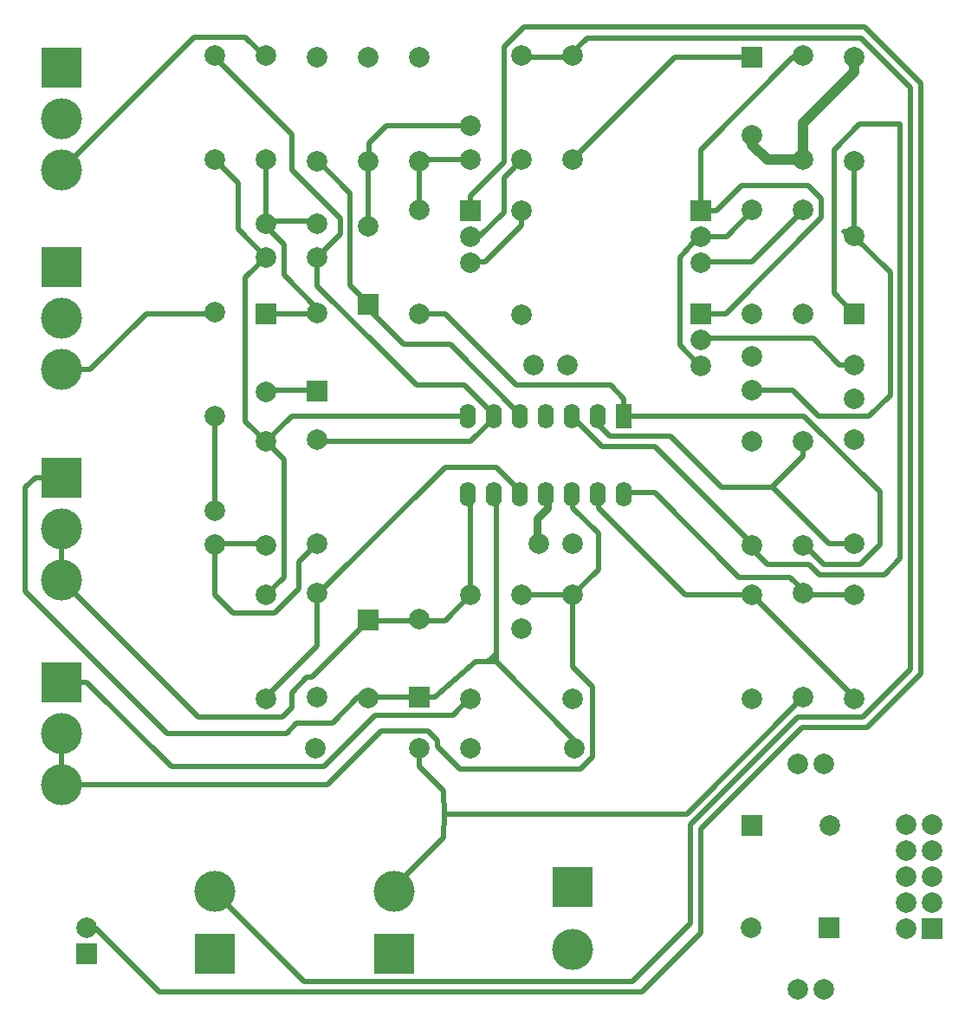
<source format=gbl>
G04 #@! TF.GenerationSoftware,KiCad,Pcbnew,5.1.5+dfsg1-2build2*
G04 #@! TF.CreationDate,2021-02-03T14:21:51+01:00*
G04 #@! TF.ProjectId,Drum-k,4472756d-2d6b-42e6-9b69-6361645f7063,rev?*
G04 #@! TF.SameCoordinates,Original*
G04 #@! TF.FileFunction,Copper,L2,Bot*
G04 #@! TF.FilePolarity,Positive*
%FSLAX46Y46*%
G04 Gerber Fmt 4.6, Leading zero omitted, Abs format (unit mm)*
G04 Created by KiCad (PCBNEW 5.1.5+dfsg1-2build2) date 2021-02-03 14:21:51*
%MOMM*%
%LPD*%
G04 APERTURE LIST*
%ADD10R,4.000000X4.000000*%
%ADD11C,4.000000*%
%ADD12C,2.000000*%
%ADD13R,2.000000X2.000000*%
%ADD14O,1.600000X2.400000*%
%ADD15R,1.600000X2.400000*%
%ADD16C,1.000000*%
%ADD17C,0.500000*%
%ADD18C,0.800000*%
G04 APERTURE END LIST*
D10*
X110000000Y-121000000D03*
D11*
X110000000Y-127080000D03*
D12*
X142560000Y-114940000D03*
X145100000Y-114940000D03*
X142560000Y-117480000D03*
X145100000Y-117480000D03*
X142560000Y-120020000D03*
X145100000Y-120020000D03*
X142560000Y-122560000D03*
X145100000Y-122560000D03*
X142560000Y-125100000D03*
D13*
X145100000Y-125100000D03*
D12*
X137500000Y-70000000D03*
X137500000Y-73300000D03*
X134500000Y-109000000D03*
X132000000Y-109000000D03*
X132000000Y-131000000D03*
X134500000Y-131000000D03*
X106200000Y-70000000D03*
X109500000Y-70000000D03*
X110000000Y-87500000D03*
X106700000Y-87500000D03*
X127500000Y-72500000D03*
X127500000Y-69200000D03*
X100000000Y-46700000D03*
X100000000Y-50000000D03*
X85000000Y-56200000D03*
X85000000Y-59500000D03*
X75000000Y-87600000D03*
X75000000Y-84300000D03*
X80000000Y-59500000D03*
X80000000Y-56200000D03*
X105000000Y-92500000D03*
X105000000Y-95800000D03*
X135120000Y-115000000D03*
D13*
X127500000Y-115000000D03*
D12*
X127380000Y-125000000D03*
D13*
X135000000Y-125000000D03*
X62500000Y-127500000D03*
D12*
X62500000Y-124960000D03*
X127500000Y-47620000D03*
D13*
X127500000Y-40000000D03*
D12*
X137500000Y-57380000D03*
D13*
X137500000Y-65000000D03*
D12*
X90000000Y-56505001D03*
D13*
X90000000Y-64125001D03*
D12*
X80000000Y-72620000D03*
D13*
X80000000Y-65000000D03*
D12*
X85000000Y-64980000D03*
D13*
X85000000Y-72600000D03*
D12*
X95000000Y-94880000D03*
D13*
X95000000Y-102500000D03*
D12*
X90000000Y-102520000D03*
D13*
X90000000Y-94900000D03*
D11*
X75000000Y-121420000D03*
D10*
X75000000Y-127500000D03*
D11*
X92500000Y-121420000D03*
D10*
X92500000Y-127500000D03*
D13*
X100000000Y-55000000D03*
D12*
X100000000Y-60080000D03*
X100000000Y-57540000D03*
D13*
X122500000Y-65000000D03*
D12*
X122500000Y-70080000D03*
X122500000Y-67540000D03*
D13*
X122500000Y-55000000D03*
D12*
X122500000Y-60080000D03*
X122500000Y-57540000D03*
X110000000Y-39840000D03*
X110000000Y-50000000D03*
X105000000Y-39840000D03*
X105000000Y-50000000D03*
X105000000Y-65160000D03*
X105000000Y-55000000D03*
X127500000Y-54840000D03*
X127500000Y-65000000D03*
X132500000Y-39840000D03*
X132500000Y-50000000D03*
X132500000Y-54840000D03*
X132500000Y-65000000D03*
X137500000Y-50160000D03*
X137500000Y-40000000D03*
X127500000Y-87660000D03*
X127500000Y-77500000D03*
X137500000Y-77340000D03*
X137500000Y-87500000D03*
X132500000Y-87660000D03*
X132500000Y-77500000D03*
X95000000Y-54840000D03*
X95000000Y-65000000D03*
X95000000Y-50160000D03*
X95000000Y-40000000D03*
X90000000Y-50160000D03*
X90000000Y-40000000D03*
X85000000Y-50160000D03*
X85000000Y-40000000D03*
X85000000Y-77340000D03*
X85000000Y-87500000D03*
X80000000Y-39840000D03*
X80000000Y-50000000D03*
X75000000Y-64840000D03*
X75000000Y-75000000D03*
X75000000Y-39840000D03*
X75000000Y-50000000D03*
X80000000Y-87660000D03*
X80000000Y-77500000D03*
X80000000Y-102660000D03*
X80000000Y-92500000D03*
X85000000Y-92340000D03*
X85000000Y-102500000D03*
X110160000Y-107500000D03*
X100000000Y-107500000D03*
X100000000Y-102660000D03*
X100000000Y-92500000D03*
X110000000Y-102660000D03*
X110000000Y-92500000D03*
X127500000Y-102660000D03*
X127500000Y-92500000D03*
X137500000Y-102660000D03*
X137500000Y-92500000D03*
X84840000Y-107500000D03*
X95000000Y-107500000D03*
X132500000Y-92340000D03*
X132500000Y-102500000D03*
D11*
X60000000Y-51000000D03*
X60000000Y-46000000D03*
D10*
X60000000Y-41000000D03*
D11*
X60000000Y-70500000D03*
X60000000Y-65500000D03*
D10*
X60000000Y-60500000D03*
D11*
X60000000Y-91000000D03*
X60000000Y-86000000D03*
D10*
X60000000Y-81000000D03*
D11*
X60000000Y-111000000D03*
X60000000Y-106000000D03*
D10*
X60000000Y-101000000D03*
D14*
X115000000Y-82620000D03*
X99760000Y-75000000D03*
X112460000Y-82620000D03*
X102300000Y-75000000D03*
X109920000Y-82620000D03*
X104840000Y-75000000D03*
X107380000Y-82620000D03*
X107380000Y-75000000D03*
X104840000Y-82620000D03*
X109920000Y-75000000D03*
X102300000Y-82620000D03*
X112460000Y-75000000D03*
X99760000Y-82620000D03*
D15*
X115000000Y-75000000D03*
D16*
X132500000Y-46414213D02*
X132500000Y-49500000D01*
X137500000Y-41414213D02*
X132500000Y-46414213D01*
X137500000Y-40000000D02*
X137500000Y-41414213D01*
X127500000Y-47500000D02*
X127500000Y-48500000D01*
X129000000Y-50000000D02*
X132500000Y-50000000D01*
X127500000Y-48500000D02*
X129000000Y-50000000D01*
D17*
X122550001Y-67449999D02*
X122500000Y-67500000D01*
X136085787Y-70000000D02*
X133535786Y-67449999D01*
X133535786Y-67449999D02*
X122550001Y-67449999D01*
X137500000Y-70000000D02*
X136085787Y-70000000D01*
X120000000Y-40000000D02*
X110000000Y-50000000D01*
X127500000Y-40000000D02*
X120000000Y-40000000D01*
X127500000Y-60000000D02*
X132500000Y-55000000D01*
X122500000Y-60000000D02*
X127500000Y-60000000D01*
X137500000Y-50000000D02*
X137500000Y-57000000D01*
X137500000Y-57000000D02*
X136500000Y-57000000D01*
X138949999Y-75050001D02*
X134054231Y-75050001D01*
X140999967Y-73000033D02*
X138949999Y-75050001D01*
X137500000Y-57500000D02*
X140999967Y-60999967D01*
X134054231Y-75050001D02*
X131504230Y-72500000D01*
X131504230Y-72500000D02*
X128914213Y-72500000D01*
X128914213Y-72500000D02*
X127500000Y-72500000D01*
X140999967Y-60999967D02*
X140999967Y-73000033D01*
X95000000Y-50000000D02*
X95000000Y-55000000D01*
X99900000Y-50000000D02*
X94900000Y-50000000D01*
X90000000Y-50000000D02*
X90000000Y-56000000D01*
X90100000Y-50100000D02*
X90100000Y-48400000D01*
X98585787Y-46700000D02*
X100000000Y-46700000D01*
X91800000Y-46700000D02*
X98585787Y-46700000D01*
X90100000Y-48400000D02*
X91800000Y-46700000D01*
X80500000Y-56000000D02*
X80000000Y-56500000D01*
X85000000Y-56000000D02*
X80500000Y-56000000D01*
X80000000Y-56500000D02*
X80000000Y-50000000D01*
X85000000Y-65000000D02*
X85000000Y-64500000D01*
X81750001Y-58250001D02*
X80000000Y-56500000D01*
X81750001Y-61250001D02*
X81750001Y-58250001D01*
X85000000Y-64500000D02*
X81750001Y-61250001D01*
X80000000Y-65000000D02*
X85000000Y-65000000D01*
X100000000Y-77500000D02*
X85000000Y-77500000D01*
X102500000Y-75000000D02*
X100000000Y-77500000D01*
X75000000Y-40000000D02*
X82500000Y-47500000D01*
X82500000Y-47500000D02*
X82500000Y-51000000D01*
X87249988Y-55749988D02*
X87249988Y-57250012D01*
X82500000Y-51000000D02*
X87249988Y-55749988D01*
X87249988Y-57250012D02*
X85000000Y-59500000D01*
X102000000Y-74647955D02*
X102000000Y-75000000D01*
X99352045Y-72000000D02*
X102000000Y-74647955D01*
X94750000Y-72000000D02*
X99352045Y-72000000D01*
X91500000Y-68789998D02*
X91539998Y-68789998D01*
X91539998Y-68789998D02*
X94750000Y-72000000D01*
X85000000Y-62289998D02*
X91500000Y-68789998D01*
X85000000Y-59500000D02*
X85000000Y-62289998D01*
X75000000Y-87500000D02*
X80000000Y-87500000D01*
X75000000Y-87500000D02*
X75000000Y-92500000D01*
X84000001Y-88499999D02*
X85000000Y-87500000D01*
X83249999Y-89250001D02*
X84000001Y-88499999D01*
X83249999Y-91840003D02*
X83249999Y-89250001D01*
X80840001Y-94250001D02*
X83249999Y-91840003D01*
X76750001Y-94250001D02*
X80840001Y-94250001D01*
X75000000Y-92500000D02*
X76750001Y-94250001D01*
X75000000Y-75000000D02*
X75000000Y-84000000D01*
X82500000Y-75000000D02*
X80000000Y-77500000D01*
X100000000Y-75000000D02*
X82500000Y-75000000D01*
X80000000Y-92500000D02*
X81750001Y-90749999D01*
X81750001Y-79250001D02*
X80999999Y-78499999D01*
X81750001Y-90749999D02*
X81750001Y-79250001D01*
X80999999Y-78499999D02*
X80000000Y-77500000D01*
X77000000Y-52000000D02*
X75000000Y-50000000D01*
X80000000Y-59500000D02*
X77250000Y-56750000D01*
X78000000Y-61500000D02*
X80000000Y-59500000D01*
X78000000Y-75500000D02*
X78000000Y-61500000D01*
X80000000Y-77500000D02*
X78000000Y-75500000D01*
X77250000Y-52250000D02*
X77000000Y-52000000D01*
X77250000Y-56750000D02*
X77250000Y-52250000D01*
X110000000Y-82500000D02*
X110000000Y-84000000D01*
X110000000Y-84000000D02*
X112500000Y-86500000D01*
X112500000Y-90000000D02*
X110000000Y-92500000D01*
X112500000Y-86500000D02*
X112500000Y-90000000D01*
X60000000Y-110500000D02*
X60000000Y-106000000D01*
X105000000Y-92500000D02*
X110000000Y-92500000D01*
X110000000Y-92500000D02*
X110000000Y-99500000D01*
X111910001Y-108340001D02*
X110750002Y-109500000D01*
X111910001Y-101410001D02*
X111910001Y-108340001D01*
X110000000Y-99500000D02*
X111910001Y-101410001D01*
X95840001Y-105749999D02*
X91250001Y-105749999D01*
X96750001Y-106659999D02*
X95840001Y-105749999D01*
X96750001Y-107250001D02*
X96750001Y-106659999D01*
X99000000Y-109500000D02*
X96750001Y-107250001D01*
X110750002Y-109500000D02*
X99000000Y-109500000D01*
X86000000Y-111000000D02*
X60000000Y-111000000D01*
X91250001Y-105749999D02*
X86000000Y-111000000D01*
D18*
X107500000Y-82500000D02*
X107500000Y-84000000D01*
X106500000Y-85000000D02*
X106500000Y-87500000D01*
X107500000Y-84000000D02*
X106500000Y-85000000D01*
D17*
X63350002Y-125000000D02*
X62500000Y-125000000D01*
X100000000Y-55000000D02*
X100000000Y-53500000D01*
X100000000Y-53500000D02*
X103249999Y-50250001D01*
X139752115Y-38247884D02*
X143999999Y-42495768D01*
X138754219Y-105410012D02*
X132418442Y-105410012D01*
X116749988Y-131250012D02*
X69600014Y-131250012D01*
X103249999Y-38999999D02*
X105249998Y-37000000D01*
X143999999Y-42495768D02*
X143999999Y-100164232D01*
X122500000Y-115328454D02*
X122500000Y-125500000D01*
X69600014Y-131250012D02*
X63350002Y-125000000D01*
X132418442Y-105410012D02*
X122500000Y-115328454D01*
X143999999Y-100164232D02*
X138754219Y-105410012D01*
X103249999Y-50250001D02*
X103249999Y-38999999D01*
X122500000Y-125500000D02*
X116749988Y-131250012D01*
X139752115Y-38247884D02*
X139747884Y-38247884D01*
X139747884Y-38247884D02*
X138500000Y-37000000D01*
X105249998Y-37000000D02*
X138500000Y-37000000D01*
X110000000Y-75132045D02*
X112867955Y-78000000D01*
X110000000Y-75000000D02*
X110000000Y-75132045D01*
X118000000Y-78000000D02*
X127500000Y-87500000D01*
X112867955Y-78000000D02*
X118000000Y-78000000D01*
X140414218Y-90500011D02*
X134085782Y-90500011D01*
X137500000Y-65000000D02*
X135500000Y-63000000D01*
X134085782Y-90500011D02*
X133085771Y-89500000D01*
X138000000Y-46500000D02*
X141999978Y-46500000D01*
X133085771Y-89500000D02*
X129000000Y-89500000D01*
X129000000Y-89500000D02*
X127500000Y-88000000D01*
X141999978Y-88914251D02*
X140414218Y-90500011D01*
X141999978Y-46500000D02*
X141999978Y-88914251D01*
X135500000Y-63000000D02*
X135500000Y-49000000D01*
X135500000Y-49000000D02*
X138000000Y-46500000D01*
X105000000Y-75000000D02*
X98000000Y-68000000D01*
X93500000Y-68000000D02*
X90000000Y-64500000D01*
X98000000Y-68000000D02*
X93500000Y-68000000D01*
X85000000Y-50000000D02*
X88249999Y-53249999D01*
X88249999Y-53249999D02*
X88249999Y-62249999D01*
X88249999Y-62249999D02*
X90000000Y-64000000D01*
X85000000Y-72500000D02*
X80000000Y-72500000D01*
X96500000Y-102500000D02*
X95000000Y-102500000D01*
X102500000Y-83000000D02*
X102500000Y-96500000D01*
X102500000Y-96500000D02*
X102500000Y-97000000D01*
X110250000Y-106750000D02*
X102500000Y-99000000D01*
X110250000Y-107500000D02*
X110250000Y-106750000D01*
X100500000Y-99000000D02*
X96500000Y-102500000D01*
X56500000Y-92149998D02*
X56500000Y-82000000D01*
X57500000Y-81000000D02*
X60000000Y-81000000D01*
X70350002Y-106000000D02*
X56500000Y-92149998D01*
X82000000Y-106000000D02*
X70350002Y-106000000D01*
X83000000Y-105000000D02*
X82000000Y-106000000D01*
X56500000Y-82000000D02*
X57500000Y-81000000D01*
X86500000Y-105000000D02*
X83000000Y-105000000D01*
X89000000Y-102500000D02*
X86500000Y-105000000D01*
X95000000Y-102500000D02*
X89000000Y-102500000D01*
X101700000Y-99000000D02*
X102500000Y-98200000D01*
X102500000Y-99000000D02*
X102500000Y-98200000D01*
X102500000Y-99000000D02*
X101700000Y-99000000D01*
X102500000Y-98200000D02*
X102500000Y-97000000D01*
X101700000Y-99000000D02*
X100500000Y-99000000D01*
X100000000Y-82500000D02*
X100000000Y-92500000D01*
X97500000Y-95000000D02*
X100000000Y-92500000D01*
X90000000Y-95000000D02*
X97500000Y-95000000D01*
X60000000Y-86000000D02*
X60000000Y-91000000D01*
X90000000Y-95000000D02*
X84500000Y-100500000D01*
X84500000Y-100500000D02*
X84000000Y-100500000D01*
X84000000Y-100500000D02*
X82500000Y-102000000D01*
X82500000Y-102000000D02*
X82500000Y-103500000D01*
X61999999Y-92999999D02*
X60000000Y-91000000D01*
X73410001Y-104410001D02*
X61999999Y-92999999D01*
X81589999Y-104410001D02*
X73410001Y-104410001D01*
X82500000Y-103500000D02*
X81589999Y-104410001D01*
X104000001Y-50999999D02*
X105000000Y-50000000D01*
X103249999Y-51750001D02*
X104000001Y-50999999D01*
X103249999Y-55100003D02*
X103249999Y-51750001D01*
X100850002Y-57500000D02*
X103249999Y-55100003D01*
X100000000Y-57500000D02*
X100850002Y-57500000D01*
X101414213Y-60000000D02*
X100000000Y-60000000D01*
X105000000Y-56414213D02*
X101414213Y-60000000D01*
X105000000Y-55000000D02*
X105000000Y-56414213D01*
X124000000Y-65000000D02*
X122500000Y-65000000D01*
X124930002Y-65000000D02*
X124000000Y-65000000D01*
X134250001Y-55680001D02*
X124930002Y-65000000D01*
X134250001Y-53750001D02*
X134250001Y-55680001D01*
X133000000Y-52500000D02*
X134250001Y-53750001D01*
X126500000Y-52500000D02*
X133000000Y-52500000D01*
X124000000Y-55000000D02*
X126500000Y-52500000D01*
X122500000Y-55000000D02*
X124000000Y-55000000D01*
X122500000Y-49000000D02*
X122500000Y-55000000D01*
X131500000Y-40000000D02*
X122500000Y-49000000D01*
X132500000Y-40000000D02*
X131500000Y-40000000D01*
X125000000Y-57500000D02*
X127500000Y-55000000D01*
X122250000Y-57500000D02*
X125000000Y-57500000D01*
X122500000Y-70000000D02*
X122369998Y-70000000D01*
X120434999Y-68065001D02*
X120434999Y-59565001D01*
X120434999Y-59565001D02*
X120500000Y-59500000D01*
X120500000Y-59500000D02*
X122250000Y-57500000D01*
X122369998Y-70000000D02*
X120434999Y-68065001D01*
X112500000Y-75850002D02*
X112500000Y-75000000D01*
X113649998Y-77000000D02*
X112500000Y-75850002D01*
X119500000Y-77000000D02*
X113649998Y-77000000D01*
X124500000Y-82000000D02*
X119500000Y-77000000D01*
X129500000Y-82000000D02*
X124500000Y-82000000D01*
X135000000Y-87500000D02*
X129500000Y-82000000D01*
X137500000Y-87500000D02*
X135000000Y-87500000D01*
X129500000Y-81914213D02*
X129500000Y-82000000D01*
X132500000Y-78914213D02*
X129500000Y-81914213D01*
X132500000Y-77500000D02*
X132500000Y-78914213D01*
X115000000Y-73300000D02*
X113700000Y-72000000D01*
X115000000Y-75000000D02*
X115000000Y-73300000D01*
X113700000Y-72000000D02*
X104500000Y-72000000D01*
X96414213Y-65000000D02*
X95000000Y-65000000D01*
X97500000Y-65000000D02*
X96414213Y-65000000D01*
X104500000Y-72000000D02*
X97500000Y-65000000D01*
X132590002Y-75000000D02*
X140000000Y-82409998D01*
X115000000Y-75000000D02*
X132590002Y-75000000D01*
X140000000Y-87590002D02*
X138090002Y-89500000D01*
X140000000Y-82409998D02*
X140000000Y-87590002D01*
X134500000Y-89500000D02*
X132500000Y-87500000D01*
X138090002Y-89500000D02*
X134500000Y-89500000D01*
X60000000Y-51000000D02*
X73000000Y-38000000D01*
X78000000Y-38000000D02*
X80000000Y-40000000D01*
X73000000Y-38000000D02*
X78000000Y-38000000D01*
X68328427Y-65000000D02*
X75000000Y-65000000D01*
X62828427Y-70500000D02*
X68328427Y-65000000D01*
X60000000Y-70500000D02*
X62828427Y-70500000D01*
X105000000Y-82500000D02*
X102500000Y-80000000D01*
X97500000Y-80000000D02*
X85000000Y-92500000D01*
X102500000Y-80000000D02*
X97500000Y-80000000D01*
X85000000Y-97500000D02*
X80000000Y-102500000D01*
X85000000Y-92500000D02*
X85000000Y-97500000D01*
X70750001Y-109250001D02*
X62500000Y-101000000D01*
X85680001Y-109250001D02*
X70750001Y-109250001D01*
X90680001Y-104250001D02*
X85680001Y-109250001D01*
X98249999Y-104250001D02*
X90680001Y-104250001D01*
X62500000Y-101000000D02*
X60000000Y-101000000D01*
X100000000Y-102500000D02*
X98249999Y-104250001D01*
X112500000Y-82500000D02*
X112500000Y-84000000D01*
X121000000Y-92500000D02*
X127500000Y-92500000D01*
X112500000Y-84000000D02*
X121000000Y-92500000D01*
X137500000Y-102500000D02*
X127500000Y-92500000D01*
X110000000Y-40000000D02*
X105000000Y-40000000D01*
X111410001Y-38089999D02*
X110000000Y-39500000D01*
X142999988Y-42914216D02*
X138175771Y-38089999D01*
X138340001Y-104410001D02*
X142999988Y-99750014D01*
X142999988Y-99750014D02*
X142999988Y-42914216D01*
X132004224Y-104410001D02*
X138340001Y-104410001D01*
X121499989Y-114914236D02*
X132004224Y-104410001D01*
X138175771Y-38089999D02*
X111410001Y-38089999D01*
X115840001Y-130250001D02*
X121499989Y-124590013D01*
X83750001Y-130250001D02*
X115840001Y-130250001D01*
X74500000Y-121000000D02*
X83750001Y-130250001D01*
X121499989Y-124590013D02*
X121499989Y-114914236D01*
X95000000Y-107500000D02*
X95000000Y-109219998D01*
X97390001Y-116109999D02*
X97250000Y-116250000D01*
X95000000Y-109219998D02*
X97390001Y-111609999D01*
X92500000Y-121000000D02*
X97250000Y-116250000D01*
X132500000Y-102500000D02*
X121140001Y-113859999D01*
X97440001Y-113859999D02*
X97400000Y-113900000D01*
X97400000Y-113900000D02*
X97390001Y-116109999D01*
X121140001Y-113859999D02*
X97440001Y-113859999D01*
X97390001Y-111609999D02*
X97400000Y-113900000D01*
X115000000Y-82500000D02*
X118000000Y-82500000D01*
X131249999Y-90749999D02*
X132500000Y-92000000D01*
X126249999Y-90749999D02*
X131249999Y-90749999D01*
X118000000Y-82500000D02*
X126249999Y-90749999D01*
X132500000Y-92500000D02*
X137500000Y-92500000D01*
M02*

</source>
